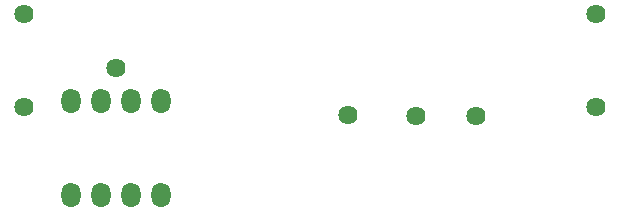
<source format=gbs>
G04 Layer: BottomSolderMaskLayer*
G04 EasyEDA Pro v2.2.45.4, 2025-12-13 17:00:57*
G04 Gerber Generator version 0.3*
G04 Scale: 100 percent, Rotated: No, Reflected: No*
G04 Dimensions in millimeters*
G04 Leading zeros omitted, absolute positions, 4 integers and 5 decimals*
G04 Generated by one-click*
%FSLAX45Y45*%
%MOMM*%
%ADD10C,1.6256*%
%ADD11O,1.6256X2.1016*%
%ADD12C,0.4740*%
G75*


G04 Pad Start*
G54D10*
G01X863600Y-698500D03*
G01X863600Y-1485900D03*
G01X-3975100Y-698500D03*
G01X-3975100Y-1485900D03*
G01X-3200400Y-1155700D03*
G01X-152400Y-1562100D03*
G01X-1231900Y-1549400D03*
G01X-662236Y-1557487D03*
G54D11*
G01X-3581400Y-2223795D03*
G01X-3581400Y-1433805D03*
G01X-3327400Y-2223795D03*
G01X-3327400Y-1433805D03*
G01X-3073400Y-2223795D03*
G01X-3073400Y-1433805D03*
G01X-2819400Y-2223795D03*
G01X-2819400Y-1433805D03*
G04 Pad End*

M02*


</source>
